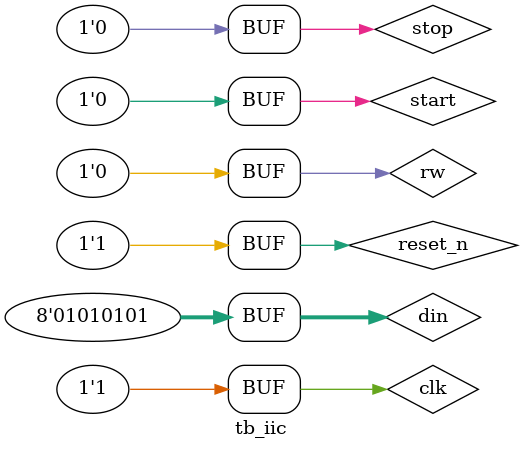
<source format=v>
`timescale 1ns / 1ps


module tb_iic();

    parameter PERIOD = 10;
        
    reg clk, reset_n;
    wire busy, sending;
    reg start, stop, rw;
    reg [7:0] din;
    wire [7:0] dout;
    wire sck, sda;
    
    always begin
       clk = 1'b0;
       #(PERIOD/2) clk = 1'b1;
       #(PERIOD/2);
    end
    
    iic_core uut(
        .clock(clk),
        .reset_n(reset_n),
        .busy(busy),
        .sending(sending),
        .start(start),
        .stop(stop),
        .rw(rw),
        .din(din),
        .dout(dout),
        .sck(sck),
        .sda(sda)
    );
    
    initial begin
        reset_n <= 1'b1;
        start <= 1'b0;
        stop  <= 1'b0;
        rw    <= 1'b0;
        din   <= 0;
        #PERIOD;
        reset_n <= 1'b0;
        #PERIOD;
        reset_n <= 1'b1;
        #(PERIOD/2);
        start <= 1'b1;
        din <= 8'hAA;
        #(PERIOD);
        start <= 1'b0;
        #(PERIOD * 25);
        start <= 1'b1;
        din <= 8'h55;
        #(PERIOD);
        start <= 1'b0;
        #(PERIOD * 25);
        stop <= 1'b1;
        #(PERIOD);
        stop <= 1'b0;
        #(PERIOD * 30);
    end

endmodule

</source>
